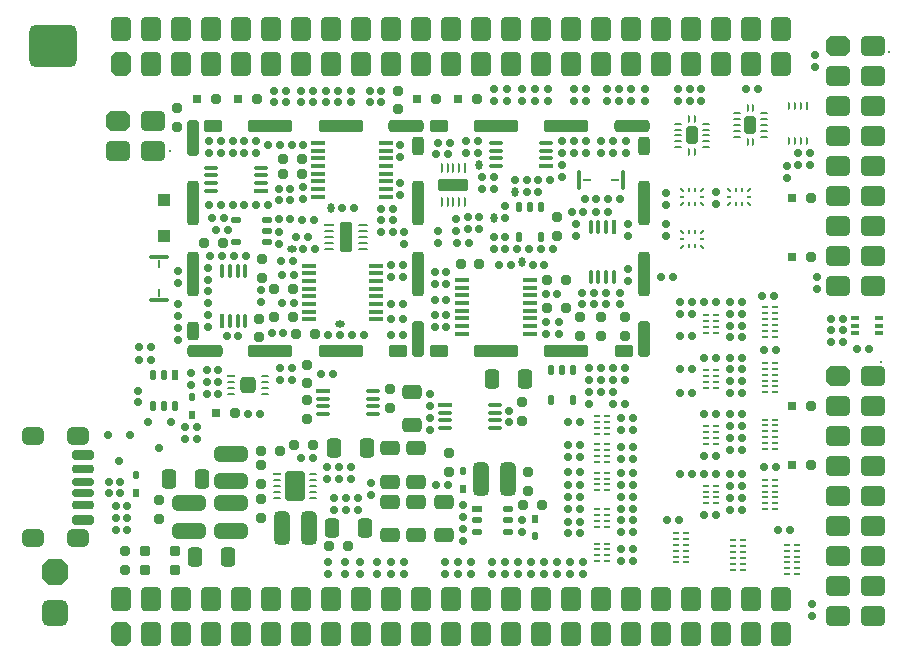
<source format=gbr>
%TF.GenerationSoftware,Altium Limited,Altium Designer,23.9.2 (47)*%
G04 Layer_Color=255*
%FSLAX45Y45*%
%MOMM*%
%TF.SameCoordinates,F1AFF133-CB08-443C-B5AD-2193434A7FAF*%
%TF.FilePolarity,Positive*%
%TF.FileFunction,Pads,Top*%
%TF.Part,Single*%
G01*
G75*
%TA.AperFunction,SMDPad,CuDef*%
G04:AMPARAMS|DCode=10|XSize=2.8mm|YSize=1.3mm|CornerRadius=0.325mm|HoleSize=0mm|Usage=FLASHONLY|Rotation=90.000|XOffset=0mm|YOffset=0mm|HoleType=Round|Shape=RoundedRectangle|*
%AMROUNDEDRECTD10*
21,1,2.80000,0.65000,0,0,90.0*
21,1,2.15000,1.30000,0,0,90.0*
1,1,0.65000,0.32500,1.07500*
1,1,0.65000,0.32500,-1.07500*
1,1,0.65000,-0.32500,-1.07500*
1,1,0.65000,-0.32500,1.07500*
%
%ADD10ROUNDEDRECTD10*%
G04:AMPARAMS|DCode=11|XSize=1.65mm|YSize=1.25mm|CornerRadius=0.3125mm|HoleSize=0mm|Usage=FLASHONLY|Rotation=90.000|XOffset=0mm|YOffset=0mm|HoleType=Round|Shape=RoundedRectangle|*
%AMROUNDEDRECTD11*
21,1,1.65000,0.62500,0,0,90.0*
21,1,1.02500,1.25000,0,0,90.0*
1,1,0.62500,0.31250,0.51250*
1,1,0.62500,0.31250,-0.51250*
1,1,0.62500,-0.31250,-0.51250*
1,1,0.62500,-0.31250,0.51250*
%
%ADD11ROUNDEDRECTD11*%
G04:AMPARAMS|DCode=12|XSize=0.6mm|YSize=0.6mm|CornerRadius=0.15mm|HoleSize=0mm|Usage=FLASHONLY|Rotation=180.000|XOffset=0mm|YOffset=0mm|HoleType=Round|Shape=RoundedRectangle|*
%AMROUNDEDRECTD12*
21,1,0.60000,0.30000,0,0,180.0*
21,1,0.30000,0.60000,0,0,180.0*
1,1,0.30000,-0.15000,0.15000*
1,1,0.30000,0.15000,0.15000*
1,1,0.30000,0.15000,-0.15000*
1,1,0.30000,-0.15000,-0.15000*
%
%ADD12ROUNDEDRECTD12*%
G04:AMPARAMS|DCode=13|XSize=0.6mm|YSize=0.6mm|CornerRadius=0.15mm|HoleSize=0mm|Usage=FLASHONLY|Rotation=270.000|XOffset=0mm|YOffset=0mm|HoleType=Round|Shape=RoundedRectangle|*
%AMROUNDEDRECTD13*
21,1,0.60000,0.30000,0,0,270.0*
21,1,0.30000,0.60000,0,0,270.0*
1,1,0.30000,-0.15000,-0.15000*
1,1,0.30000,-0.15000,0.15000*
1,1,0.30000,0.15000,0.15000*
1,1,0.30000,0.15000,-0.15000*
%
%ADD13ROUNDEDRECTD13*%
%ADD14R,0.58000X0.22000*%
G04:AMPARAMS|DCode=15|XSize=0.22mm|YSize=0.58mm|CornerRadius=0.055mm|HoleSize=0mm|Usage=FLASHONLY|Rotation=90.000|XOffset=0mm|YOffset=0mm|HoleType=Round|Shape=RoundedRectangle|*
%AMROUNDEDRECTD15*
21,1,0.22000,0.47000,0,0,90.0*
21,1,0.11000,0.58000,0,0,90.0*
1,1,0.11000,0.23500,0.05500*
1,1,0.11000,0.23500,-0.05500*
1,1,0.11000,-0.23500,-0.05500*
1,1,0.11000,-0.23500,0.05500*
%
%ADD15ROUNDEDRECTD15*%
G04:AMPARAMS|DCode=16|XSize=0.54mm|YSize=0.22mm|CornerRadius=0mm|HoleSize=0mm|Usage=FLASHONLY|Rotation=315.000|XOffset=0mm|YOffset=0mm|HoleType=Round|Shape=Round|*
%AMOVALD16*
21,1,0.32000,0.22000,0.00000,0.00000,315.0*
1,1,0.22000,-0.11314,0.11314*
1,1,0.22000,0.11314,-0.11314*
%
%ADD16OVALD16*%

%ADD17O,0.22000X0.45000*%
G04:AMPARAMS|DCode=18|XSize=0.54mm|YSize=0.22mm|CornerRadius=0mm|HoleSize=0mm|Usage=FLASHONLY|Rotation=225.000|XOffset=0mm|YOffset=0mm|HoleType=Round|Shape=Round|*
%AMOVALD18*
21,1,0.32000,0.22000,0.00000,0.00000,225.0*
1,1,0.22000,0.11314,0.11314*
1,1,0.22000,-0.11314,-0.11314*
%
%ADD18OVALD18*%

%ADD19O,0.45000X0.22000*%
G04:AMPARAMS|DCode=20|XSize=0.55mm|YSize=0.8mm|CornerRadius=0.1375mm|HoleSize=0mm|Usage=FLASHONLY|Rotation=0.000|XOffset=0mm|YOffset=0mm|HoleType=Round|Shape=RoundedRectangle|*
%AMROUNDEDRECTD20*
21,1,0.55000,0.52500,0,0,0.0*
21,1,0.27500,0.80000,0,0,0.0*
1,1,0.27500,0.13750,-0.26250*
1,1,0.27500,-0.13750,-0.26250*
1,1,0.27500,-0.13750,0.26250*
1,1,0.27500,0.13750,0.26250*
%
%ADD20ROUNDEDRECTD20*%
G04:AMPARAMS|DCode=21|XSize=0.23mm|YSize=0.67mm|CornerRadius=0.0575mm|HoleSize=0mm|Usage=FLASHONLY|Rotation=90.000|XOffset=0mm|YOffset=0mm|HoleType=Round|Shape=RoundedRectangle|*
%AMROUNDEDRECTD21*
21,1,0.23000,0.55500,0,0,90.0*
21,1,0.11500,0.67000,0,0,90.0*
1,1,0.11500,0.27750,0.05750*
1,1,0.11500,0.27750,-0.05750*
1,1,0.11500,-0.27750,-0.05750*
1,1,0.11500,-0.27750,0.05750*
%
%ADD21ROUNDEDRECTD21*%
G04:AMPARAMS|DCode=22|XSize=0.23mm|YSize=0.67mm|CornerRadius=0.0575mm|HoleSize=0mm|Usage=FLASHONLY|Rotation=0.000|XOffset=0mm|YOffset=0mm|HoleType=Round|Shape=RoundedRectangle|*
%AMROUNDEDRECTD22*
21,1,0.23000,0.55500,0,0,0.0*
21,1,0.11500,0.67000,0,0,0.0*
1,1,0.11500,0.05750,-0.27750*
1,1,0.11500,-0.05750,-0.27750*
1,1,0.11500,-0.05750,0.27750*
1,1,0.11500,0.05750,0.27750*
%
%ADD22ROUNDEDRECTD22*%
G04:AMPARAMS|DCode=23|XSize=1mm|YSize=1.5mm|CornerRadius=0.25mm|HoleSize=0mm|Usage=FLASHONLY|Rotation=0.000|XOffset=0mm|YOffset=0mm|HoleType=Round|Shape=RoundedRectangle|*
%AMROUNDEDRECTD23*
21,1,1.00000,1.00000,0,0,0.0*
21,1,0.50000,1.50000,0,0,0.0*
1,1,0.50000,0.25000,-0.50000*
1,1,0.50000,-0.25000,-0.50000*
1,1,0.50000,-0.25000,0.50000*
1,1,0.50000,0.25000,0.50000*
%
%ADD23ROUNDEDRECTD23*%
G04:AMPARAMS|DCode=24|XSize=0.23mm|YSize=0.7mm|CornerRadius=0.0575mm|HoleSize=0mm|Usage=FLASHONLY|Rotation=90.000|XOffset=0mm|YOffset=0mm|HoleType=Round|Shape=RoundedRectangle|*
%AMROUNDEDRECTD24*
21,1,0.23000,0.58500,0,0,90.0*
21,1,0.11500,0.70000,0,0,90.0*
1,1,0.11500,0.29250,0.05750*
1,1,0.11500,0.29250,-0.05750*
1,1,0.11500,-0.29250,-0.05750*
1,1,0.11500,-0.29250,0.05750*
%
%ADD24ROUNDEDRECTD24*%
G04:AMPARAMS|DCode=25|XSize=2.5mm|YSize=1.65mm|CornerRadius=0.165mm|HoleSize=0mm|Usage=FLASHONLY|Rotation=90.000|XOffset=0mm|YOffset=0mm|HoleType=Round|Shape=RoundedRectangle|*
%AMROUNDEDRECTD25*
21,1,2.50000,1.32000,0,0,90.0*
21,1,2.17000,1.65000,0,0,90.0*
1,1,0.33000,0.66000,1.08500*
1,1,0.33000,0.66000,-1.08500*
1,1,0.33000,-0.66000,-1.08500*
1,1,0.33000,-0.66000,1.08500*
%
%ADD25ROUNDEDRECTD25*%
%ADD26R,0.70000X0.23000*%
%ADD27R,1.15000X0.35000*%
G04:AMPARAMS|DCode=28|XSize=0.35mm|YSize=1.15mm|CornerRadius=0.0875mm|HoleSize=0mm|Usage=FLASHONLY|Rotation=90.000|XOffset=0mm|YOffset=0mm|HoleType=Round|Shape=RoundedRectangle|*
%AMROUNDEDRECTD28*
21,1,0.35000,0.97500,0,0,90.0*
21,1,0.17500,1.15000,0,0,90.0*
1,1,0.17500,0.48750,0.08750*
1,1,0.17500,0.48750,-0.08750*
1,1,0.17500,-0.48750,-0.08750*
1,1,0.17500,-0.48750,0.08750*
%
%ADD28ROUNDEDRECTD28*%
G04:AMPARAMS|DCode=29|XSize=0.55mm|YSize=0.9mm|CornerRadius=0.1375mm|HoleSize=0mm|Usage=FLASHONLY|Rotation=90.000|XOffset=0mm|YOffset=0mm|HoleType=Round|Shape=RoundedRectangle|*
%AMROUNDEDRECTD29*
21,1,0.55000,0.62500,0,0,90.0*
21,1,0.27500,0.90000,0,0,90.0*
1,1,0.27500,0.31250,0.13750*
1,1,0.27500,0.31250,-0.13750*
1,1,0.27500,-0.31250,-0.13750*
1,1,0.27500,-0.31250,0.13750*
%
%ADD29ROUNDEDRECTD29*%
%ADD30R,0.90000X0.55000*%
G04:AMPARAMS|DCode=31|XSize=0.55mm|YSize=0.9mm|CornerRadius=0.1375mm|HoleSize=0mm|Usage=FLASHONLY|Rotation=0.000|XOffset=0mm|YOffset=0mm|HoleType=Round|Shape=RoundedRectangle|*
%AMROUNDEDRECTD31*
21,1,0.55000,0.62500,0,0,0.0*
21,1,0.27500,0.90000,0,0,0.0*
1,1,0.27500,0.13750,-0.31250*
1,1,0.27500,-0.13750,-0.31250*
1,1,0.27500,-0.13750,0.31250*
1,1,0.27500,0.13750,0.31250*
%
%ADD31ROUNDEDRECTD31*%
%ADD32R,0.55000X0.90000*%
G04:AMPARAMS|DCode=33|XSize=1.4mm|YSize=1.3mm|CornerRadius=0.325mm|HoleSize=0mm|Usage=FLASHONLY|Rotation=90.000|XOffset=0mm|YOffset=0mm|HoleType=Round|Shape=RoundedRectangle|*
%AMROUNDEDRECTD33*
21,1,1.40000,0.65000,0,0,90.0*
21,1,0.75000,1.30000,0,0,90.0*
1,1,0.65000,0.32500,0.37500*
1,1,0.65000,0.32500,-0.37500*
1,1,0.65000,-0.32500,-0.37500*
1,1,0.65000,-0.32500,0.37500*
%
%ADD33ROUNDEDRECTD33*%
%ADD34R,0.70000X0.33000*%
G04:AMPARAMS|DCode=35|XSize=0.33mm|YSize=0.7mm|CornerRadius=0.0825mm|HoleSize=0mm|Usage=FLASHONLY|Rotation=270.000|XOffset=0mm|YOffset=0mm|HoleType=Round|Shape=RoundedRectangle|*
%AMROUNDEDRECTD35*
21,1,0.33000,0.53500,0,0,270.0*
21,1,0.16500,0.70000,0,0,270.0*
1,1,0.16500,-0.26750,-0.08250*
1,1,0.16500,-0.26750,0.08250*
1,1,0.16500,0.26750,0.08250*
1,1,0.16500,0.26750,-0.08250*
%
%ADD35ROUNDEDRECTD35*%
%ADD36R,0.25000X0.70000*%
G04:AMPARAMS|DCode=37|XSize=0.25mm|YSize=0.7mm|CornerRadius=0.0625mm|HoleSize=0mm|Usage=FLASHONLY|Rotation=0.000|XOffset=0mm|YOffset=0mm|HoleType=Round|Shape=RoundedRectangle|*
%AMROUNDEDRECTD37*
21,1,0.25000,0.57500,0,0,0.0*
21,1,0.12500,0.70000,0,0,0.0*
1,1,0.12500,0.06250,-0.28750*
1,1,0.12500,-0.06250,-0.28750*
1,1,0.12500,-0.06250,0.28750*
1,1,0.12500,0.06250,0.28750*
%
%ADD37ROUNDEDRECTD37*%
G04:AMPARAMS|DCode=38|XSize=0.55mm|YSize=0.8mm|CornerRadius=0.1375mm|HoleSize=0mm|Usage=FLASHONLY|Rotation=270.000|XOffset=0mm|YOffset=0mm|HoleType=Round|Shape=RoundedRectangle|*
%AMROUNDEDRECTD38*
21,1,0.55000,0.52500,0,0,270.0*
21,1,0.27500,0.80000,0,0,270.0*
1,1,0.27500,-0.26250,-0.13750*
1,1,0.27500,-0.26250,0.13750*
1,1,0.27500,0.26250,0.13750*
1,1,0.27500,0.26250,-0.13750*
%
%ADD38ROUNDEDRECTD38*%
%ADD39R,1.20000X0.35000*%
G04:AMPARAMS|DCode=40|XSize=0.35mm|YSize=1.2mm|CornerRadius=0.0875mm|HoleSize=0mm|Usage=FLASHONLY|Rotation=90.000|XOffset=0mm|YOffset=0mm|HoleType=Round|Shape=RoundedRectangle|*
%AMROUNDEDRECTD40*
21,1,0.35000,1.02500,0,0,90.0*
21,1,0.17500,1.20000,0,0,90.0*
1,1,0.17500,0.51250,0.08750*
1,1,0.17500,0.51250,-0.08750*
1,1,0.17500,-0.51250,-0.08750*
1,1,0.17500,-0.51250,0.08750*
%
%ADD40ROUNDEDRECTD40*%
G04:AMPARAMS|DCode=41|XSize=2.55mm|YSize=1.1mm|CornerRadius=0.275mm|HoleSize=0mm|Usage=FLASHONLY|Rotation=90.000|XOffset=0mm|YOffset=0mm|HoleType=Round|Shape=RoundedRectangle|*
%AMROUNDEDRECTD41*
21,1,2.55000,0.55000,0,0,90.0*
21,1,2.00000,1.10000,0,0,90.0*
1,1,0.55000,0.27500,1.00000*
1,1,0.55000,0.27500,-1.00000*
1,1,0.55000,-0.27500,-1.00000*
1,1,0.55000,-0.27500,1.00000*
%
%ADD41ROUNDEDRECTD41*%
G04:AMPARAMS|DCode=42|XSize=0.23mm|YSize=0.85mm|CornerRadius=0.0575mm|HoleSize=0mm|Usage=FLASHONLY|Rotation=90.000|XOffset=0mm|YOffset=0mm|HoleType=Round|Shape=RoundedRectangle|*
%AMROUNDEDRECTD42*
21,1,0.23000,0.73500,0,0,90.0*
21,1,0.11500,0.85000,0,0,90.0*
1,1,0.11500,0.36750,0.05750*
1,1,0.11500,0.36750,-0.05750*
1,1,0.11500,-0.36750,-0.05750*
1,1,0.11500,-0.36750,0.05750*
%
%ADD42ROUNDEDRECTD42*%
%ADD43R,0.85000X0.23000*%
%ADD44R,0.35000X1.15000*%
G04:AMPARAMS|DCode=45|XSize=0.35mm|YSize=1.15mm|CornerRadius=0.0875mm|HoleSize=0mm|Usage=FLASHONLY|Rotation=180.000|XOffset=0mm|YOffset=0mm|HoleType=Round|Shape=RoundedRectangle|*
%AMROUNDEDRECTD45*
21,1,0.35000,0.97500,0,0,180.0*
21,1,0.17500,1.15000,0,0,180.0*
1,1,0.17500,-0.08750,0.48750*
1,1,0.17500,0.08750,0.48750*
1,1,0.17500,0.08750,-0.48750*
1,1,0.17500,-0.08750,-0.48750*
%
%ADD45ROUNDEDRECTD45*%
G04:AMPARAMS|DCode=46|XSize=2.55mm|YSize=1.1mm|CornerRadius=0.275mm|HoleSize=0mm|Usage=FLASHONLY|Rotation=0.000|XOffset=0mm|YOffset=0mm|HoleType=Round|Shape=RoundedRectangle|*
%AMROUNDEDRECTD46*
21,1,2.55000,0.55000,0,0,0.0*
21,1,2.00000,1.10000,0,0,0.0*
1,1,0.55000,1.00000,-0.27500*
1,1,0.55000,-1.00000,-0.27500*
1,1,0.55000,-1.00000,0.27500*
1,1,0.55000,1.00000,0.27500*
%
%ADD46ROUNDEDRECTD46*%
G04:AMPARAMS|DCode=47|XSize=0.23mm|YSize=0.85mm|CornerRadius=0.0575mm|HoleSize=0mm|Usage=FLASHONLY|Rotation=0.000|XOffset=0mm|YOffset=0mm|HoleType=Round|Shape=RoundedRectangle|*
%AMROUNDEDRECTD47*
21,1,0.23000,0.73500,0,0,0.0*
21,1,0.11500,0.85000,0,0,0.0*
1,1,0.11500,0.05750,-0.36750*
1,1,0.11500,-0.05750,-0.36750*
1,1,0.11500,-0.05750,0.36750*
1,1,0.11500,0.05750,0.36750*
%
%ADD47ROUNDEDRECTD47*%
%ADD48R,0.23000X0.85000*%
%ADD49O,0.80000X0.60000*%
%ADD50O,0.60000X0.80000*%
G04:AMPARAMS|DCode=51|XSize=0.6mm|YSize=0.7mm|CornerRadius=0.15mm|HoleSize=0mm|Usage=FLASHONLY|Rotation=0.000|XOffset=0mm|YOffset=0mm|HoleType=Round|Shape=RoundedRectangle|*
%AMROUNDEDRECTD51*
21,1,0.60000,0.40000,0,0,0.0*
21,1,0.30000,0.70000,0,0,0.0*
1,1,0.30000,0.15000,-0.20000*
1,1,0.30000,-0.15000,-0.20000*
1,1,0.30000,-0.15000,0.20000*
1,1,0.30000,0.15000,0.20000*
%
%ADD51ROUNDEDRECTD51*%
%ADD52O,1.70000X0.30000*%
%ADD53R,0.24000X0.70000*%
%ADD54O,0.30000X1.70000*%
%ADD55R,0.70000X0.24000*%
G04:AMPARAMS|DCode=56|XSize=1.8mm|YSize=0.63mm|CornerRadius=0.1575mm|HoleSize=0mm|Usage=FLASHONLY|Rotation=180.000|XOffset=0mm|YOffset=0mm|HoleType=Round|Shape=RoundedRectangle|*
%AMROUNDEDRECTD56*
21,1,1.80000,0.31500,0,0,180.0*
21,1,1.48500,0.63000,0,0,180.0*
1,1,0.31500,-0.74250,0.15750*
1,1,0.31500,0.74250,0.15750*
1,1,0.31500,0.74250,-0.15750*
1,1,0.31500,-0.74250,-0.15750*
%
%ADD56ROUNDEDRECTD56*%
G04:AMPARAMS|DCode=57|XSize=1.8mm|YSize=0.72mm|CornerRadius=0.18mm|HoleSize=0mm|Usage=FLASHONLY|Rotation=180.000|XOffset=0mm|YOffset=0mm|HoleType=Round|Shape=RoundedRectangle|*
%AMROUNDEDRECTD57*
21,1,1.80000,0.36000,0,0,180.0*
21,1,1.44000,0.72000,0,0,180.0*
1,1,0.36000,-0.72000,0.18000*
1,1,0.36000,0.72000,0.18000*
1,1,0.36000,0.72000,-0.18000*
1,1,0.36000,-0.72000,-0.18000*
%
%ADD57ROUNDEDRECTD57*%
G04:AMPARAMS|DCode=58|XSize=1.8mm|YSize=0.8mm|CornerRadius=0.2mm|HoleSize=0mm|Usage=FLASHONLY|Rotation=180.000|XOffset=0mm|YOffset=0mm|HoleType=Round|Shape=RoundedRectangle|*
%AMROUNDEDRECTD58*
21,1,1.80000,0.40000,0,0,180.0*
21,1,1.40000,0.80000,0,0,180.0*
1,1,0.40000,-0.70000,0.20000*
1,1,0.40000,0.70000,0.20000*
1,1,0.40000,0.70000,-0.20000*
1,1,0.40000,-0.70000,-0.20000*
%
%ADD58ROUNDEDRECTD58*%
%TA.AperFunction,SMDPad,SMDef*%
%ADD59C,0.30000*%
%TA.AperFunction,SMDPad,CuDef*%
G04:AMPARAMS|DCode=60|XSize=3mm|YSize=1mm|CornerRadius=0.25mm|HoleSize=0mm|Usage=FLASHONLY|Rotation=90.000|XOffset=0mm|YOffset=0mm|HoleType=Round|Shape=RoundedRectangle|*
%AMROUNDEDRECTD60*
21,1,3.00000,0.50000,0,0,90.0*
21,1,2.50000,1.00000,0,0,90.0*
1,1,0.50000,0.25000,1.25000*
1,1,0.50000,0.25000,-1.25000*
1,1,0.50000,-0.25000,-1.25000*
1,1,0.50000,-0.25000,1.25000*
%
%ADD60ROUNDEDRECTD60*%
%TA.AperFunction,SMDPad,SMDef*%
G04:AMPARAMS|DCode=61|XSize=3.8mm|YSize=1mm|CornerRadius=0.25mm|HoleSize=0mm|Usage=FLASHONLY|Rotation=90.000|XOffset=0mm|YOffset=0mm|HoleType=Round|Shape=RoundedRectangle|*
%AMROUNDEDRECTD61*
21,1,3.80000,0.50000,0,0,90.0*
21,1,3.30000,1.00000,0,0,90.0*
1,1,0.50000,0.25000,1.65000*
1,1,0.50000,0.25000,-1.65000*
1,1,0.50000,-0.25000,-1.65000*
1,1,0.50000,-0.25000,1.65000*
%
%ADD61ROUNDEDRECTD61*%
%TA.AperFunction,SMDPad,CuDef*%
G04:AMPARAMS|DCode=62|XSize=1.6mm|YSize=1mm|CornerRadius=0.25mm|HoleSize=0mm|Usage=FLASHONLY|Rotation=180.000|XOffset=0mm|YOffset=0mm|HoleType=Round|Shape=RoundedRectangle|*
%AMROUNDEDRECTD62*
21,1,1.60000,0.50000,0,0,180.0*
21,1,1.10000,1.00000,0,0,180.0*
1,1,0.50000,-0.55000,0.25000*
1,1,0.50000,0.55000,0.25000*
1,1,0.50000,0.55000,-0.25000*
1,1,0.50000,-0.55000,-0.25000*
%
%ADD62ROUNDEDRECTD62*%
G04:AMPARAMS|DCode=63|XSize=3mm|YSize=1mm|CornerRadius=0.25mm|HoleSize=0mm|Usage=FLASHONLY|Rotation=0.000|XOffset=0mm|YOffset=0mm|HoleType=Round|Shape=RoundedRectangle|*
%AMROUNDEDRECTD63*
21,1,3.00000,0.50000,0,0,0.0*
21,1,2.50000,1.00000,0,0,0.0*
1,1,0.50000,1.25000,-0.25000*
1,1,0.50000,-1.25000,-0.25000*
1,1,0.50000,-1.25000,0.25000*
1,1,0.50000,1.25000,0.25000*
%
%ADD63ROUNDEDRECTD63*%
%TA.AperFunction,SMDPad,SMDef*%
G04:AMPARAMS|DCode=64|XSize=3.8mm|YSize=1mm|CornerRadius=0.25mm|HoleSize=0mm|Usage=FLASHONLY|Rotation=0.000|XOffset=0mm|YOffset=0mm|HoleType=Round|Shape=RoundedRectangle|*
%AMROUNDEDRECTD64*
21,1,3.80000,0.50000,0,0,0.0*
21,1,3.30000,1.00000,0,0,0.0*
1,1,0.50000,1.65000,-0.25000*
1,1,0.50000,-1.65000,-0.25000*
1,1,0.50000,-1.65000,0.25000*
1,1,0.50000,1.65000,0.25000*
%
%ADD64ROUNDEDRECTD64*%
%TA.AperFunction,SMDPad,CuDef*%
G04:AMPARAMS|DCode=65|XSize=1.6mm|YSize=1mm|CornerRadius=0.25mm|HoleSize=0mm|Usage=FLASHONLY|Rotation=90.000|XOffset=0mm|YOffset=0mm|HoleType=Round|Shape=RoundedRectangle|*
%AMROUNDEDRECTD65*
21,1,1.60000,0.50000,0,0,90.0*
21,1,1.10000,1.00000,0,0,90.0*
1,1,0.50000,0.25000,0.55000*
1,1,0.50000,0.25000,-0.55000*
1,1,0.50000,-0.25000,-0.55000*
1,1,0.50000,-0.25000,0.55000*
%
%ADD65ROUNDEDRECTD65*%
G04:AMPARAMS|DCode=66|XSize=2.8mm|YSize=1.3mm|CornerRadius=0.325mm|HoleSize=0mm|Usage=FLASHONLY|Rotation=0.000|XOffset=0mm|YOffset=0mm|HoleType=Round|Shape=RoundedRectangle|*
%AMROUNDEDRECTD66*
21,1,2.80000,0.65000,0,0,0.0*
21,1,2.15000,1.30000,0,0,0.0*
1,1,0.65000,1.07500,-0.32500*
1,1,0.65000,-1.07500,-0.32500*
1,1,0.65000,-1.07500,0.32500*
1,1,0.65000,1.07500,0.32500*
%
%ADD66ROUNDEDRECTD66*%
G04:AMPARAMS|DCode=67|XSize=0.9mm|YSize=0.8mm|CornerRadius=0.2mm|HoleSize=0mm|Usage=FLASHONLY|Rotation=0.000|XOffset=0mm|YOffset=0mm|HoleType=Round|Shape=RoundedRectangle|*
%AMROUNDEDRECTD67*
21,1,0.90000,0.40000,0,0,0.0*
21,1,0.50000,0.80000,0,0,0.0*
1,1,0.40000,0.25000,-0.20000*
1,1,0.40000,-0.25000,-0.20000*
1,1,0.40000,-0.25000,0.20000*
1,1,0.40000,0.25000,0.20000*
%
%ADD67ROUNDEDRECTD67*%
G04:AMPARAMS|DCode=68|XSize=0.8mm|YSize=0.8mm|CornerRadius=0.2mm|HoleSize=0mm|Usage=FLASHONLY|Rotation=90.000|XOffset=0mm|YOffset=0mm|HoleType=Round|Shape=RoundedRectangle|*
%AMROUNDEDRECTD68*
21,1,0.80000,0.40000,0,0,90.0*
21,1,0.40000,0.80000,0,0,90.0*
1,1,0.40000,0.20000,0.20000*
1,1,0.40000,0.20000,-0.20000*
1,1,0.40000,-0.20000,-0.20000*
1,1,0.40000,-0.20000,0.20000*
%
%ADD68ROUNDEDRECTD68*%
%ADD69R,0.80000X0.80000*%
%ADD70R,0.50000X0.70000*%
G04:AMPARAMS|DCode=71|XSize=0.5mm|YSize=0.7mm|CornerRadius=0.125mm|HoleSize=0mm|Usage=FLASHONLY|Rotation=180.000|XOffset=0mm|YOffset=0mm|HoleType=Round|Shape=RoundedRectangle|*
%AMROUNDEDRECTD71*
21,1,0.50000,0.45000,0,0,180.0*
21,1,0.25000,0.70000,0,0,180.0*
1,1,0.25000,-0.12500,0.22500*
1,1,0.25000,0.12500,0.22500*
1,1,0.25000,0.12500,-0.22500*
1,1,0.25000,-0.12500,-0.22500*
%
%ADD71ROUNDEDRECTD71*%
%ADD72R,1.10000X1.10000*%
G04:AMPARAMS|DCode=73|XSize=1.1mm|YSize=1.1mm|CornerRadius=0.275mm|HoleSize=0mm|Usage=FLASHONLY|Rotation=180.000|XOffset=0mm|YOffset=0mm|HoleType=Round|Shape=RoundedRectangle|*
%AMROUNDEDRECTD73*
21,1,1.10000,0.55000,0,0,180.0*
21,1,0.55000,1.10000,0,0,180.0*
1,1,0.55000,-0.27500,0.27500*
1,1,0.55000,0.27500,0.27500*
1,1,0.55000,0.27500,-0.27500*
1,1,0.55000,-0.27500,-0.27500*
%
%ADD73ROUNDEDRECTD73*%
G04:AMPARAMS|DCode=74|XSize=0.8mm|YSize=0.8mm|CornerRadius=0.2mm|HoleSize=0mm|Usage=FLASHONLY|Rotation=180.000|XOffset=0mm|YOffset=0mm|HoleType=Round|Shape=RoundedRectangle|*
%AMROUNDEDRECTD74*
21,1,0.80000,0.40000,0,0,180.0*
21,1,0.40000,0.80000,0,0,180.0*
1,1,0.40000,-0.20000,0.20000*
1,1,0.40000,0.20000,0.20000*
1,1,0.40000,0.20000,-0.20000*
1,1,0.40000,-0.20000,-0.20000*
%
%ADD74ROUNDEDRECTD74*%
G04:AMPARAMS|DCode=75|XSize=1.65mm|YSize=1.25mm|CornerRadius=0.3125mm|HoleSize=0mm|Usage=FLASHONLY|Rotation=0.000|XOffset=0mm|YOffset=0mm|HoleType=Round|Shape=RoundedRectangle|*
%AMROUNDEDRECTD75*
21,1,1.65000,0.62500,0,0,0.0*
21,1,1.02500,1.25000,0,0,0.0*
1,1,0.62500,0.51250,-0.31250*
1,1,0.62500,-0.51250,-0.31250*
1,1,0.62500,-0.51250,0.31250*
1,1,0.62500,0.51250,0.31250*
%
%ADD75ROUNDEDRECTD75*%
%TA.AperFunction,ComponentPad*%
G04:AMPARAMS|DCode=95|XSize=1.7mm|YSize=2.1mm|CornerRadius=0.425mm|HoleSize=0mm|Usage=FLASHONLY|Rotation=270.000|XOffset=0mm|YOffset=0mm|HoleType=Round|Shape=RoundedRectangle|*
%AMROUNDEDRECTD95*
21,1,1.70000,1.25001,0,0,270.0*
21,1,0.85000,2.10000,0,0,270.0*
1,1,0.85000,-0.62500,-0.42500*
1,1,0.85000,-0.62500,0.42500*
1,1,0.85000,0.62500,0.42500*
1,1,0.85000,0.62500,-0.42500*
%
%ADD95ROUNDEDRECTD95*%
G04:AMPARAMS|DCode=96|XSize=1.7mm|YSize=2.1mm|CornerRadius=0mm|HoleSize=0mm|Usage=FLASHONLY|Rotation=270.000|XOffset=0mm|YOffset=0mm|HoleType=Round|Shape=Octagon|*
%AMOCTAGOND96*
4,1,8,1.05000,0.42500,1.05000,-0.42500,0.62500,-0.85000,-0.62500,-0.85000,-1.05000,-0.42500,-1.05000,0.42500,-0.62500,0.85000,0.62500,0.85000,1.05000,0.42500,0.0*
%
%ADD96OCTAGOND96*%

G04:AMPARAMS|DCode=97|XSize=1.7mm|YSize=2.1mm|CornerRadius=0mm|HoleSize=0mm|Usage=FLASHONLY|Rotation=0.000|XOffset=0mm|YOffset=0mm|HoleType=Round|Shape=Octagon|*
%AMOCTAGOND97*
4,1,8,-0.42500,1.05000,0.42500,1.05000,0.85000,0.62500,0.85000,-0.62500,0.42500,-1.05000,-0.42500,-1.05000,-0.85000,-0.62500,-0.85000,0.62500,-0.42500,1.05000,0.0*
%
%ADD97OCTAGOND97*%

G04:AMPARAMS|DCode=98|XSize=1.7mm|YSize=2.1mm|CornerRadius=0.425mm|HoleSize=0mm|Usage=FLASHONLY|Rotation=0.000|XOffset=0mm|YOffset=0mm|HoleType=Round|Shape=RoundedRectangle|*
%AMROUNDEDRECTD98*
21,1,1.70000,1.25001,0,0,0.0*
21,1,0.85000,2.10000,0,0,0.0*
1,1,0.85000,0.42500,-0.62500*
1,1,0.85000,-0.42500,-0.62500*
1,1,0.85000,-0.42500,0.62500*
1,1,0.85000,0.42500,0.62500*
%
%ADD98ROUNDEDRECTD98*%
G04:AMPARAMS|DCode=99|XSize=1.8mm|YSize=1.45mm|CornerRadius=0.3625mm|HoleSize=0mm|Usage=FLASHONLY|Rotation=180.000|XOffset=0mm|YOffset=0mm|HoleType=Round|Shape=RoundedRectangle|*
%AMROUNDEDRECTD99*
21,1,1.80000,0.72500,0,0,180.0*
21,1,1.07500,1.45000,0,0,180.0*
1,1,0.72500,-0.53750,0.36250*
1,1,0.72500,0.53750,0.36250*
1,1,0.72500,0.53750,-0.36250*
1,1,0.72500,-0.53750,-0.36250*
%
%ADD99ROUNDEDRECTD99*%
G04:AMPARAMS|DCode=100|XSize=4mm|YSize=3.6mm|CornerRadius=0.54mm|HoleSize=0mm|Usage=FLASHONLY|Rotation=0.000|XOffset=0mm|YOffset=0mm|HoleType=Round|Shape=RoundedRectangle|*
%AMROUNDEDRECTD100*
21,1,4.00000,2.52000,0,0,0.0*
21,1,2.92000,3.60000,0,0,0.0*
1,1,1.08000,1.46000,-1.26000*
1,1,1.08000,-1.46000,-1.26000*
1,1,1.08000,-1.46000,1.26000*
1,1,1.08000,1.46000,1.26000*
%
%ADD100ROUNDEDRECTD100*%
G04:AMPARAMS|DCode=101|XSize=2.2mm|YSize=2.2mm|CornerRadius=0.55mm|HoleSize=0mm|Usage=FLASHONLY|Rotation=270.000|XOffset=0mm|YOffset=0mm|HoleType=Round|Shape=RoundedRectangle|*
%AMROUNDEDRECTD101*
21,1,2.20000,1.10000,0,0,270.0*
21,1,1.10000,2.20000,0,0,270.0*
1,1,1.10000,-0.55000,-0.55000*
1,1,1.10000,-0.55000,0.55000*
1,1,1.10000,0.55000,0.55000*
1,1,1.10000,0.55000,-0.55000*
%
%ADD101ROUNDEDRECTD101*%
G04:AMPARAMS|DCode=102|XSize=2.2mm|YSize=2.2mm|CornerRadius=0mm|HoleSize=0mm|Usage=FLASHONLY|Rotation=270.000|XOffset=0mm|YOffset=0mm|HoleType=Round|Shape=Octagon|*
%AMOCTAGOND102*
4,1,8,-0.55000,-1.10000,0.55000,-1.10000,1.10000,-0.55000,1.10000,0.55000,0.55000,1.10000,-0.55000,1.10000,-1.10000,0.55000,-1.10000,-0.55000,-0.55000,-1.10000,0.0*
%
%ADD102OCTAGOND102*%

D10*
X3399998Y1070001D02*
D03*
X3629998D02*
D03*
X5315000Y1480000D02*
D03*
X5085000D02*
D03*
D11*
X5460000Y2330000D02*
D03*
X5180000D02*
D03*
X3820000Y1070000D02*
D03*
X4100000D02*
D03*
X3840000Y1740000D02*
D03*
X4120000D02*
D03*
X2720000Y1480000D02*
D03*
X2440000D02*
D03*
X2660000Y820000D02*
D03*
X2940000D02*
D03*
D12*
X6330000Y3540000D02*
D03*
Y3640000D02*
D03*
X2770000Y2970000D02*
D03*
Y3070000D02*
D03*
X2520000Y3240000D02*
D03*
Y3140000D02*
D03*
Y2960000D02*
D03*
Y2860000D02*
D03*
Y2760000D02*
D03*
Y2660000D02*
D03*
X5870000Y4240000D02*
D03*
Y4340000D02*
D03*
X5970000D02*
D03*
Y4240000D02*
D03*
X6470000Y4680000D02*
D03*
Y4780000D02*
D03*
X6350000D02*
D03*
Y4680000D02*
D03*
X6250000D02*
D03*
Y4780000D02*
D03*
X6150000D02*
D03*
Y4680000D02*
D03*
X6270000Y1230000D02*
D03*
Y1130000D02*
D03*
X7190000Y1220000D02*
D03*
Y1320000D02*
D03*
Y2030000D02*
D03*
Y1930000D02*
D03*
X7190000Y2210000D02*
D03*
Y2310000D02*
D03*
Y2510000D02*
D03*
Y2410000D02*
D03*
X7190000Y2680000D02*
D03*
Y2780000D02*
D03*
Y2980000D02*
D03*
Y2880000D02*
D03*
X3980000Y1480000D02*
D03*
Y1580000D02*
D03*
X3940000Y1220000D02*
D03*
Y1320000D02*
D03*
X4930000Y1060000D02*
D03*
Y960000D02*
D03*
Y1260000D02*
D03*
Y1160000D02*
D03*
X3560000Y4770000D02*
D03*
Y4670000D02*
D03*
X2180000Y2130000D02*
D03*
Y2230000D02*
D03*
X2580000Y1920000D02*
D03*
Y1820000D02*
D03*
X5190000Y4780000D02*
D03*
Y4680000D02*
D03*
X3330000Y4770000D02*
D03*
Y4670000D02*
D03*
X5300000Y4780000D02*
D03*
Y4680000D02*
D03*
X3430000Y4770000D02*
D03*
Y4670000D02*
D03*
X4320000Y781000D02*
D03*
Y681000D02*
D03*
X4430000Y781000D02*
D03*
Y681000D02*
D03*
X5970000Y4680000D02*
D03*
Y4780000D02*
D03*
X5870000Y4680000D02*
D03*
Y4780000D02*
D03*
X5950000Y780000D02*
D03*
Y680000D02*
D03*
X5840000Y780000D02*
D03*
Y680000D02*
D03*
X6750000Y4780000D02*
D03*
Y4680000D02*
D03*
X6850000Y4780000D02*
D03*
Y4680000D02*
D03*
X5730000Y780000D02*
D03*
Y680000D02*
D03*
X5620000Y780000D02*
D03*
Y680000D02*
D03*
X5510000D02*
D03*
Y780000D02*
D03*
X5400000D02*
D03*
Y680000D02*
D03*
X5540000Y4680000D02*
D03*
Y4780000D02*
D03*
X5290000Y780000D02*
D03*
Y680000D02*
D03*
X5180000Y780000D02*
D03*
Y680000D02*
D03*
X5430000Y4780000D02*
D03*
Y4680000D02*
D03*
X5000000Y780000D02*
D03*
Y680000D02*
D03*
X5650000Y4680000D02*
D03*
Y4780000D02*
D03*
X4890000Y780000D02*
D03*
Y680000D02*
D03*
X4060000Y780000D02*
D03*
Y680000D02*
D03*
X3930000Y681000D02*
D03*
Y781000D02*
D03*
X4240000Y4670000D02*
D03*
Y4770000D02*
D03*
X4140000D02*
D03*
Y4670000D02*
D03*
X3980000D02*
D03*
Y4770000D02*
D03*
X3870000D02*
D03*
Y4670000D02*
D03*
X3770000D02*
D03*
Y4770000D02*
D03*
X7670000Y4030000D02*
D03*
Y4130000D02*
D03*
X7770000Y4140000D02*
D03*
Y4240000D02*
D03*
X6370000Y890000D02*
D03*
Y790000D02*
D03*
X6270000D02*
D03*
Y890000D02*
D03*
X6370000Y1130000D02*
D03*
Y1230000D02*
D03*
X4200000Y680000D02*
D03*
Y780000D02*
D03*
X3790000Y680000D02*
D03*
Y780000D02*
D03*
X4780000Y680000D02*
D03*
Y780000D02*
D03*
X7290000Y1320000D02*
D03*
Y1220000D02*
D03*
Y1420000D02*
D03*
Y1520000D02*
D03*
X7190000D02*
D03*
Y1420000D02*
D03*
X7290000Y1830000D02*
D03*
Y1730000D02*
D03*
X7190000D02*
D03*
Y1830000D02*
D03*
X7290000Y1930000D02*
D03*
Y2030000D02*
D03*
X7290000Y2310000D02*
D03*
Y2210000D02*
D03*
Y2410000D02*
D03*
Y2510000D02*
D03*
X7290000Y2780000D02*
D03*
Y2680000D02*
D03*
Y2880000D02*
D03*
Y2980000D02*
D03*
X4400000Y3890000D02*
D03*
Y3990000D02*
D03*
X2880000Y4340000D02*
D03*
Y4240000D02*
D03*
X3470000Y3840000D02*
D03*
Y3940000D02*
D03*
X5290000Y3530000D02*
D03*
Y3430000D02*
D03*
Y3690000D02*
D03*
Y3790000D02*
D03*
X4720000Y3480000D02*
D03*
Y3580000D02*
D03*
X6040000Y2960000D02*
D03*
Y3060000D02*
D03*
X5890000Y3540000D02*
D03*
Y3640000D02*
D03*
X5770000Y4340000D02*
D03*
Y4240000D02*
D03*
X6310000D02*
D03*
Y4340000D02*
D03*
X5770000Y4040000D02*
D03*
Y4140000D02*
D03*
X6140000Y2960000D02*
D03*
Y3060000D02*
D03*
X2780000Y4340000D02*
D03*
Y4240000D02*
D03*
X5190000Y3430000D02*
D03*
Y3530000D02*
D03*
X6950000Y4780000D02*
D03*
Y4680000D02*
D03*
X2680000Y1820000D02*
D03*
Y1920000D02*
D03*
X7070000Y3810000D02*
D03*
Y3910000D02*
D03*
X6650000Y3800000D02*
D03*
Y3900000D02*
D03*
X7930000Y3190000D02*
D03*
Y3090000D02*
D03*
X7890000Y420000D02*
D03*
Y320000D02*
D03*
X7910000Y5070000D02*
D03*
Y4970000D02*
D03*
X3840000Y1220000D02*
D03*
Y1320000D02*
D03*
X4040000D02*
D03*
Y1220000D02*
D03*
X4150000Y1450000D02*
D03*
Y1350000D02*
D03*
X4650000Y2200000D02*
D03*
Y2100000D02*
D03*
X5430000Y1030000D02*
D03*
Y1130000D02*
D03*
X5320000Y2060000D02*
D03*
Y1960000D02*
D03*
X4650000Y2000000D02*
D03*
Y1900000D02*
D03*
X3660000Y4670000D02*
D03*
Y4770000D02*
D03*
X2630000Y2380000D02*
D03*
Y2280000D02*
D03*
X6000000Y2120000D02*
D03*
Y2220000D02*
D03*
Y2420000D02*
D03*
Y2320000D02*
D03*
X7870000Y4140000D02*
D03*
Y4240000D02*
D03*
X6650000Y3640000D02*
D03*
Y3540000D02*
D03*
X6300000Y2420000D02*
D03*
Y2320000D02*
D03*
X4400000Y4210000D02*
D03*
Y4310000D02*
D03*
X3220000Y2980000D02*
D03*
Y3080000D02*
D03*
X2770000Y3170000D02*
D03*
Y3270000D02*
D03*
X3370000Y3470000D02*
D03*
Y3570000D02*
D03*
X4430000D02*
D03*
Y3470000D02*
D03*
X2770000Y2770000D02*
D03*
Y2870000D02*
D03*
X3580000Y3850000D02*
D03*
Y3950000D02*
D03*
X3180000Y4240000D02*
D03*
Y4340000D02*
D03*
X3370000Y3940000D02*
D03*
Y3840000D02*
D03*
X5740000Y2710000D02*
D03*
Y2810000D02*
D03*
X5630000Y2710000D02*
D03*
Y2810000D02*
D03*
X5940000Y2960000D02*
D03*
Y3060000D02*
D03*
X6260000Y2960000D02*
D03*
Y3060000D02*
D03*
X6330000Y3260000D02*
D03*
Y3160000D02*
D03*
X4870000Y3580000D02*
D03*
Y3680000D02*
D03*
X5070000Y3600000D02*
D03*
Y3700000D02*
D03*
X4970000Y3600000D02*
D03*
Y3700000D02*
D03*
D13*
X6160000Y3850000D02*
D03*
X6260000D02*
D03*
X6060000D02*
D03*
X5960000D02*
D03*
X6200000Y4240000D02*
D03*
X6100000D02*
D03*
X6370000Y1650000D02*
D03*
X6270000D02*
D03*
X6370000Y1430000D02*
D03*
X6270000D02*
D03*
X6370000Y1900000D02*
D03*
X6270000D02*
D03*
X8150000Y2640000D02*
D03*
X8050000D02*
D03*
X8150000Y2740000D02*
D03*
X8050000D02*
D03*
X3780000Y1580000D02*
D03*
X3880000D02*
D03*
Y1480000D02*
D03*
X3780000D02*
D03*
X1930000Y1460000D02*
D03*
X2030000D02*
D03*
X3210000Y2030000D02*
D03*
X3110000D02*
D03*
X2190000Y2600000D02*
D03*
X2290000D02*
D03*
X2090000Y1150000D02*
D03*
X1990000D02*
D03*
X2190000Y2490000D02*
D03*
X2290000D02*
D03*
X2090000Y1250000D02*
D03*
X1990000D02*
D03*
X2860000Y2400000D02*
D03*
X2760000D02*
D03*
X2860000Y2300000D02*
D03*
X2760000D02*
D03*
Y2200000D02*
D03*
X2860000D02*
D03*
X3380000Y2320000D02*
D03*
X3480000D02*
D03*
X6200000D02*
D03*
X6100000D02*
D03*
X5820000Y1670000D02*
D03*
X5920000D02*
D03*
X6970000Y1180000D02*
D03*
X7070000D02*
D03*
X5820000Y1330000D02*
D03*
X5920000D02*
D03*
X6200000Y2420000D02*
D03*
X6100000D02*
D03*
X6970000Y1680000D02*
D03*
X7070000D02*
D03*
X5920000Y1020000D02*
D03*
X5820000D02*
D03*
X6370000Y1330000D02*
D03*
X6270000D02*
D03*
X5820000Y1430000D02*
D03*
X5920000D02*
D03*
X5820000Y1770000D02*
D03*
X5920000D02*
D03*
X6270000Y2000000D02*
D03*
X6370000D02*
D03*
X6770000Y2210000D02*
D03*
X6870000D02*
D03*
X6770000Y2410000D02*
D03*
X6870000D02*
D03*
X6770000Y2690000D02*
D03*
X6869999D02*
D03*
X6770000Y2880000D02*
D03*
X6869999D02*
D03*
X2930000Y2690000D02*
D03*
X3030000D02*
D03*
X3580000Y3430000D02*
D03*
X3680000D02*
D03*
X3520000Y3530000D02*
D03*
X3620000D02*
D03*
X4420000Y2960000D02*
D03*
X4320000D02*
D03*
X1930000Y1360000D02*
D03*
X2030000D02*
D03*
X3570000Y3670000D02*
D03*
X3670000D02*
D03*
X6710000Y3190000D02*
D03*
X6610000D02*
D03*
X3990000Y2700000D02*
D03*
X4090000D02*
D03*
X2810000Y3690000D02*
D03*
X2910000D02*
D03*
X2980000Y4340000D02*
D03*
X3080000D02*
D03*
X6200000Y4340000D02*
D03*
X6100000D02*
D03*
X3280000Y3800000D02*
D03*
X3180000D02*
D03*
X4320000Y2700000D02*
D03*
X4420000D02*
D03*
X6160000Y3740000D02*
D03*
X6060000D02*
D03*
X4790000Y3000000D02*
D03*
X4690000D02*
D03*
X5520000Y3290000D02*
D03*
X5620000D02*
D03*
X4700000Y4230000D02*
D03*
X4800000D02*
D03*
X4790000Y3130000D02*
D03*
X4690000D02*
D03*
X5060000Y4240000D02*
D03*
X4960000D02*
D03*
X5370000Y4010000D02*
D03*
X5470000D02*
D03*
X5670000D02*
D03*
X5570000D02*
D03*
X4010000Y3780000D02*
D03*
X3910000D02*
D03*
X3790000Y2700000D02*
D03*
X3890000D02*
D03*
X5820000Y1120000D02*
D03*
X5920000D02*
D03*
X5820000Y1230000D02*
D03*
X5920000D02*
D03*
X6270000Y1030000D02*
D03*
X6370000D02*
D03*
X6970000Y1520000D02*
D03*
X7069999D02*
D03*
X6200000Y2120000D02*
D03*
X6300000D02*
D03*
X4960000Y4340000D02*
D03*
X5060000D02*
D03*
X6970000Y2510000D02*
D03*
X7070000D02*
D03*
X6370000Y1530000D02*
D03*
X6270000D02*
D03*
X7330000Y4780000D02*
D03*
X7430000D02*
D03*
X7480000Y2570000D02*
D03*
X7580000D02*
D03*
X6660000Y1130000D02*
D03*
X6760000D02*
D03*
X7480000Y1580000D02*
D03*
X7580000D02*
D03*
X7460000Y3030000D02*
D03*
X7560000D02*
D03*
X7600000Y1050000D02*
D03*
X7700000D02*
D03*
X8270000Y2580000D02*
D03*
X8370000D02*
D03*
X3310000Y2720000D02*
D03*
X3410000D02*
D03*
X3560000Y1660000D02*
D03*
X3660000D02*
D03*
X5690000Y3430000D02*
D03*
X5590000D02*
D03*
X6970000Y2980000D02*
D03*
X7069999D02*
D03*
X2790000Y3370000D02*
D03*
X2890000D02*
D03*
X3730000Y2370000D02*
D03*
X3830000D02*
D03*
X4700000Y1430000D02*
D03*
X4800000D02*
D03*
X1990000Y1050000D02*
D03*
X2090000D02*
D03*
X3480000Y2420000D02*
D03*
X3380000D02*
D03*
X6200000Y2220000D02*
D03*
X6100000D02*
D03*
X8050000Y2840000D02*
D03*
X8150000D02*
D03*
X6770000Y2980000D02*
D03*
X6869999D02*
D03*
X6770000Y1520000D02*
D03*
X6870000D02*
D03*
X5820000Y1960000D02*
D03*
X5920000D02*
D03*
X5820000Y1540000D02*
D03*
X5920000D02*
D03*
X6370000Y1750000D02*
D03*
X6270000D02*
D03*
X6970000Y2030000D02*
D03*
X7069999D02*
D03*
X5240000Y3290000D02*
D03*
X5340000D02*
D03*
X3080000Y3800000D02*
D03*
X2980000D02*
D03*
X2780000D02*
D03*
X2880000D02*
D03*
X3390000Y3330000D02*
D03*
X3490000D02*
D03*
X3400000Y3210000D02*
D03*
X3500000D02*
D03*
X4420000Y3190000D02*
D03*
X4320000D02*
D03*
X4420000Y3290000D02*
D03*
X4320000D02*
D03*
X3280000Y4310000D02*
D03*
X3380000D02*
D03*
X3480000D02*
D03*
X3580000D02*
D03*
X4820000Y4330000D02*
D03*
X4720000D02*
D03*
X3090000Y3370000D02*
D03*
X2990000D02*
D03*
X4340000Y3570000D02*
D03*
X4240000D02*
D03*
X3400000Y2970000D02*
D03*
X3500000D02*
D03*
X4340000Y3770000D02*
D03*
X4240000D02*
D03*
X4340000Y3670000D02*
D03*
X4240000D02*
D03*
X3470000Y3680000D02*
D03*
X3370000D02*
D03*
X2840000Y3590000D02*
D03*
X2940000D02*
D03*
X3080000Y4240000D02*
D03*
X2980000D02*
D03*
X4420000Y2840000D02*
D03*
X4320000D02*
D03*
X4690000Y2870000D02*
D03*
X4790000D02*
D03*
X4690000Y2770000D02*
D03*
X4790000D02*
D03*
X5090000Y3940000D02*
D03*
X5190000D02*
D03*
X5090000Y4040000D02*
D03*
X5190000D02*
D03*
X4980000Y3480000D02*
D03*
X4880000D02*
D03*
X5730000Y3050000D02*
D03*
X5630000D02*
D03*
X5950000Y3740000D02*
D03*
X5850000D02*
D03*
X5490000Y3430000D02*
D03*
X5390000D02*
D03*
X4690000Y3230000D02*
D03*
X4790000D02*
D03*
X5470000Y3910000D02*
D03*
X5570000D02*
D03*
D14*
X7677000Y925000D02*
D03*
X7487000Y1985000D02*
D03*
X7217000Y965000D02*
D03*
X7487000Y2465000D02*
D03*
X6737000Y1025000D02*
D03*
X7487000Y2935000D02*
D03*
X7487000Y1475000D02*
D03*
X6067000Y935000D02*
D03*
Y1775000D02*
D03*
Y2015000D02*
D03*
Y1225000D02*
D03*
X6987000Y1425000D02*
D03*
X6067000Y1535000D02*
D03*
X6987000Y1930000D02*
D03*
Y2405000D02*
D03*
Y2869975D02*
D03*
D15*
X7677000Y875000D02*
D03*
Y825000D02*
D03*
Y775000D02*
D03*
Y725000D02*
D03*
Y675000D02*
D03*
X7763000Y925000D02*
D03*
Y875000D02*
D03*
Y825000D02*
D03*
Y775000D02*
D03*
Y725000D02*
D03*
Y675000D02*
D03*
X7487000Y1935000D02*
D03*
Y1885000D02*
D03*
Y1835000D02*
D03*
Y1785000D02*
D03*
Y1735000D02*
D03*
X7573000Y1985000D02*
D03*
Y1935000D02*
D03*
Y1885000D02*
D03*
Y1835000D02*
D03*
Y1785000D02*
D03*
Y1735000D02*
D03*
X7217000Y915000D02*
D03*
Y865000D02*
D03*
Y815000D02*
D03*
Y765000D02*
D03*
Y715000D02*
D03*
X7303000Y965000D02*
D03*
Y915000D02*
D03*
Y865000D02*
D03*
Y815000D02*
D03*
Y765000D02*
D03*
Y715000D02*
D03*
X7487000Y2415000D02*
D03*
Y2365000D02*
D03*
Y2315000D02*
D03*
Y2265000D02*
D03*
Y2215000D02*
D03*
X7573000Y2465000D02*
D03*
Y2415000D02*
D03*
Y2365000D02*
D03*
Y2315000D02*
D03*
Y2265000D02*
D03*
Y2215000D02*
D03*
X6737000Y975000D02*
D03*
Y925000D02*
D03*
Y875000D02*
D03*
Y825000D02*
D03*
Y775000D02*
D03*
X6823000Y1025000D02*
D03*
Y975000D02*
D03*
Y925000D02*
D03*
Y875000D02*
D03*
Y825000D02*
D03*
Y775000D02*
D03*
X7487000Y2885000D02*
D03*
Y2835000D02*
D03*
Y2785000D02*
D03*
Y2735000D02*
D03*
Y2685000D02*
D03*
X7573000Y2935000D02*
D03*
Y2885000D02*
D03*
Y2835000D02*
D03*
Y2785000D02*
D03*
Y2735000D02*
D03*
Y2685000D02*
D03*
X7487000Y1425000D02*
D03*
Y1375000D02*
D03*
Y1325000D02*
D03*
Y1275000D02*
D03*
Y1225000D02*
D03*
X7573000Y1475000D02*
D03*
Y1425000D02*
D03*
Y1375000D02*
D03*
Y1325000D02*
D03*
Y1275000D02*
D03*
Y1225000D02*
D03*
X6067000Y885000D02*
D03*
Y835000D02*
D03*
Y785000D02*
D03*
X6153000Y935000D02*
D03*
Y885000D02*
D03*
Y835000D02*
D03*
Y785000D02*
D03*
X6067000Y1725000D02*
D03*
Y1675000D02*
D03*
Y1625000D02*
D03*
X6153000Y1775000D02*
D03*
Y1725000D02*
D03*
Y1675000D02*
D03*
Y1625000D02*
D03*
X6067000Y1965000D02*
D03*
Y1915000D02*
D03*
Y1865000D02*
D03*
X6153000Y2015000D02*
D03*
Y1965000D02*
D03*
Y1915000D02*
D03*
Y1865000D02*
D03*
X6067000Y1175000D02*
D03*
Y1125000D02*
D03*
Y1075000D02*
D03*
X6153000Y1225000D02*
D03*
Y1175000D02*
D03*
Y1125000D02*
D03*
Y1075000D02*
D03*
X6987000Y1375000D02*
D03*
Y1325000D02*
D03*
Y1275000D02*
D03*
X7073000Y1425000D02*
D03*
Y1375000D02*
D03*
Y1325000D02*
D03*
Y1275000D02*
D03*
X6067000Y1485000D02*
D03*
Y1435000D02*
D03*
Y1385000D02*
D03*
X6153000Y1535000D02*
D03*
Y1485000D02*
D03*
Y1435000D02*
D03*
Y1385000D02*
D03*
X6987000Y1880000D02*
D03*
Y1830000D02*
D03*
Y1780000D02*
D03*
X7073000Y1930000D02*
D03*
Y1880000D02*
D03*
Y1830000D02*
D03*
Y1780000D02*
D03*
X6987000Y2355000D02*
D03*
Y2305000D02*
D03*
Y2255000D02*
D03*
X7073000Y2405000D02*
D03*
Y2355000D02*
D03*
Y2305000D02*
D03*
Y2255000D02*
D03*
X6987000Y2819975D02*
D03*
Y2769975D02*
D03*
Y2719975D02*
D03*
X7073000Y2869975D02*
D03*
Y2819975D02*
D03*
Y2769975D02*
D03*
Y2719975D02*
D03*
D16*
X6955253Y3809747D02*
D03*
X6784747Y3930254D02*
D03*
X7355253Y3809747D02*
D03*
X7184747Y3930253D02*
D03*
X6955253Y3449747D02*
D03*
X6784747Y3570253D02*
D03*
D17*
X6895000Y3810001D02*
D03*
X6845000D02*
D03*
X6895000Y3930001D02*
D03*
X6845000D02*
D03*
X7295000Y3810000D02*
D03*
X7245000D02*
D03*
X7295000Y3930000D02*
D03*
X7245000D02*
D03*
X6895000Y3450000D02*
D03*
X6845000D02*
D03*
X6895000Y3570000D02*
D03*
X6845000D02*
D03*
D18*
X6784747Y3809747D02*
D03*
X6955253Y3930254D02*
D03*
X7184747Y3809747D02*
D03*
X7355253Y3930253D02*
D03*
X6784747Y3449747D02*
D03*
X6955253Y3570253D02*
D03*
D19*
X6955000Y3870000D02*
D03*
X6785000D02*
D03*
X7355000Y3870000D02*
D03*
X7185000D02*
D03*
X6955000Y3510000D02*
D03*
X6785000D02*
D03*
D20*
X5595000Y3532500D02*
D03*
X5405000D02*
D03*
Y3787500D02*
D03*
X5500000D02*
D03*
X5595000D02*
D03*
X5865000Y2152500D02*
D03*
X5675000D02*
D03*
Y2407500D02*
D03*
X5770000D02*
D03*
X5865000D02*
D03*
D21*
X6752000Y4490000D02*
D03*
Y4290000D02*
D03*
Y4440000D02*
D03*
Y4390000D02*
D03*
Y4340000D02*
D03*
X6988000Y4290000D02*
D03*
Y4340000D02*
D03*
Y4390000D02*
D03*
Y4440000D02*
D03*
Y4490000D02*
D03*
X7246998Y4580001D02*
D03*
Y4380001D02*
D03*
Y4530001D02*
D03*
Y4480001D02*
D03*
Y4430001D02*
D03*
X7482998Y4380001D02*
D03*
Y4430001D02*
D03*
Y4480001D02*
D03*
Y4530001D02*
D03*
Y4580001D02*
D03*
D22*
X6845000Y4247000D02*
D03*
X6895000D02*
D03*
Y4533000D02*
D03*
X6845000D02*
D03*
X7339998Y4337001D02*
D03*
X7389998D02*
D03*
Y4623001D02*
D03*
X7339998D02*
D03*
D23*
X6870000Y4390000D02*
D03*
X7364998Y4480001D02*
D03*
D24*
X3665000Y1320000D02*
D03*
Y1370000D02*
D03*
Y1420000D02*
D03*
Y1470000D02*
D03*
Y1520000D02*
D03*
X3355000Y1320000D02*
D03*
Y1370000D02*
D03*
Y1420000D02*
D03*
Y1470000D02*
D03*
X3254999Y2205000D02*
D03*
Y2255000D02*
D03*
Y2305000D02*
D03*
Y2355000D02*
D03*
X2964999Y2205000D02*
D03*
Y2255000D02*
D03*
Y2305000D02*
D03*
D25*
X3510000Y1420000D02*
D03*
D26*
X3355000Y1520000D02*
D03*
X2964999Y2355000D02*
D03*
D27*
X3747500Y2227500D02*
D03*
X4777500Y2107500D02*
D03*
X3222500Y3922500D02*
D03*
X5632500Y4132500D02*
D03*
D28*
X3747500Y2162500D02*
D03*
Y2097500D02*
D03*
Y2032500D02*
D03*
X4172500Y2227500D02*
D03*
Y2162500D02*
D03*
Y2097500D02*
D03*
Y2032500D02*
D03*
X4777500Y2042500D02*
D03*
Y1977500D02*
D03*
Y1912500D02*
D03*
X5202500Y2107500D02*
D03*
Y2042500D02*
D03*
Y1977500D02*
D03*
Y1912500D02*
D03*
X3222500Y3987500D02*
D03*
Y4052500D02*
D03*
Y4117500D02*
D03*
X2797500Y3922500D02*
D03*
Y3987500D02*
D03*
Y4052500D02*
D03*
Y4117500D02*
D03*
X5632500Y4197500D02*
D03*
Y4262500D02*
D03*
Y4327500D02*
D03*
X5207500Y4132500D02*
D03*
Y4197500D02*
D03*
Y4262500D02*
D03*
Y4327500D02*
D03*
D29*
X5310000Y1225000D02*
D03*
Y1130000D02*
D03*
Y1035000D02*
D03*
X5050000D02*
D03*
Y1130000D02*
D03*
D30*
Y1225000D02*
D03*
D31*
X2495000Y2100000D02*
D03*
X2400000D02*
D03*
X2305000D02*
D03*
Y2360000D02*
D03*
X2400000D02*
D03*
D32*
X2495000D02*
D03*
D33*
X3109999Y2280000D02*
D03*
D34*
X8450266Y2714551D02*
D03*
D35*
Y2779551D02*
D03*
Y2844551D02*
D03*
X8250265D02*
D03*
Y2779551D02*
D03*
Y2714551D02*
D03*
D36*
X7839999Y4640000D02*
D03*
D37*
X7789999D02*
D03*
X7739999D02*
D03*
X7689999D02*
D03*
X7839999Y4340000D02*
D03*
X7789999D02*
D03*
X7739999D02*
D03*
X7689999D02*
D03*
D38*
X3012500Y3485000D02*
D03*
Y3675000D02*
D03*
X3267500D02*
D03*
Y3580000D02*
D03*
Y3485000D02*
D03*
D39*
X3625000Y3287500D02*
D03*
X3705000Y4327500D02*
D03*
X5495000Y2712500D02*
D03*
D40*
X3625000Y3222500D02*
D03*
Y3157500D02*
D03*
Y3092500D02*
D03*
Y3027500D02*
D03*
Y2962500D02*
D03*
Y2897500D02*
D03*
Y2832500D02*
D03*
X4195000Y3287500D02*
D03*
Y3222500D02*
D03*
Y3157500D02*
D03*
Y3092500D02*
D03*
Y3027500D02*
D03*
Y2962500D02*
D03*
Y2897500D02*
D03*
Y2832500D02*
D03*
X3705000Y4262500D02*
D03*
Y4197500D02*
D03*
Y4132500D02*
D03*
Y4067500D02*
D03*
Y4002500D02*
D03*
Y3937500D02*
D03*
Y3872500D02*
D03*
X4275000Y4327500D02*
D03*
Y4262500D02*
D03*
Y4197500D02*
D03*
Y4132500D02*
D03*
Y4067500D02*
D03*
Y4002500D02*
D03*
Y3937500D02*
D03*
Y3872500D02*
D03*
X5495000Y2777500D02*
D03*
Y2842500D02*
D03*
Y2907500D02*
D03*
Y2972500D02*
D03*
Y3037500D02*
D03*
Y3102500D02*
D03*
Y3167500D02*
D03*
X4925000Y2712500D02*
D03*
Y2777500D02*
D03*
Y2842500D02*
D03*
Y2907500D02*
D03*
Y2972500D02*
D03*
Y3037500D02*
D03*
Y3102500D02*
D03*
Y3167500D02*
D03*
D41*
X3940000Y3530000D02*
D03*
D42*
X4085000Y3430000D02*
D03*
Y3480000D02*
D03*
Y3530000D02*
D03*
Y3580000D02*
D03*
Y3630000D02*
D03*
X3795000Y3430000D02*
D03*
Y3480000D02*
D03*
Y3530000D02*
D03*
Y3580000D02*
D03*
D43*
Y3630000D02*
D03*
D44*
X2892500Y2817500D02*
D03*
X6207500Y3612500D02*
D03*
D45*
X2957500Y2817500D02*
D03*
X3022500D02*
D03*
X3087500D02*
D03*
X2892500Y3242500D02*
D03*
X2957500D02*
D03*
X3022500D02*
D03*
X3087500D02*
D03*
X6142500Y3612500D02*
D03*
X6077500D02*
D03*
X6012500D02*
D03*
X6207500Y3187500D02*
D03*
X6142500D02*
D03*
X6077500D02*
D03*
X6012500D02*
D03*
D46*
X4850000Y3970000D02*
D03*
D47*
X4750000Y3825000D02*
D03*
X4800000D02*
D03*
X4850000D02*
D03*
X4900000D02*
D03*
X4950000D02*
D03*
X4750000Y4115000D02*
D03*
X4800000D02*
D03*
X4850000D02*
D03*
X4900000D02*
D03*
D48*
X4950000D02*
D03*
D49*
X3480000Y3430000D02*
D03*
X3890000Y2790000D02*
D03*
D50*
X3810000Y3780000D02*
D03*
X5430000Y3320000D02*
D03*
X5190000Y3690000D02*
D03*
X5070000Y4140000D02*
D03*
X5370000Y3910000D02*
D03*
D51*
X2115000Y1850000D02*
D03*
X1925000D02*
D03*
X2020000Y1630000D02*
D03*
X2455000Y1960000D02*
D03*
X2265000D02*
D03*
X2360000Y1740000D02*
D03*
D52*
Y3365000D02*
D03*
Y2995000D02*
D03*
D53*
Y3300000D02*
D03*
Y3060000D02*
D03*
D54*
X5915000Y4010000D02*
D03*
X6285000D02*
D03*
D55*
X5980000D02*
D03*
X6220000D02*
D03*
D56*
X1710000Y1460000D02*
D03*
Y1360000D02*
D03*
D57*
Y1258000D02*
D03*
Y1562000D02*
D03*
D58*
Y1135000D02*
D03*
Y1685000D02*
D03*
D59*
X8470000Y2470000D02*
D03*
Y2410000D02*
D03*
X8540000Y5100000D02*
D03*
X8480000D02*
D03*
X2393181Y4259791D02*
D03*
X2453181D02*
D03*
D60*
X2645000Y4370000D02*
D03*
X4550000Y2665000D02*
D03*
X6460000D02*
D03*
D61*
X2645000Y3815000D02*
D03*
Y3220000D02*
D03*
X4550000D02*
D03*
Y3815000D02*
D03*
X6460000Y3220000D02*
D03*
Y3815000D02*
D03*
D62*
X2815000Y4470000D02*
D03*
X4380000Y2565000D02*
D03*
X4725000Y4470000D02*
D03*
X6290000Y2565000D02*
D03*
X4725000D02*
D03*
D63*
X4450000Y4470000D02*
D03*
X2745000Y2565000D02*
D03*
X6360000Y4470000D02*
D03*
D64*
X3895000D02*
D03*
X3300000D02*
D03*
Y2565000D02*
D03*
X3895000D02*
D03*
X5805000Y4470000D02*
D03*
X5210000D02*
D03*
Y2565000D02*
D03*
X5805000D02*
D03*
D65*
X4550000Y4300000D02*
D03*
X2645000Y2735000D02*
D03*
X6460000Y4300000D02*
D03*
D66*
X2970000Y1275000D02*
D03*
Y1045000D02*
D03*
X2970000Y1465000D02*
D03*
Y1695000D02*
D03*
X2610000Y1045000D02*
D03*
Y1275000D02*
D03*
D67*
X2490000Y870000D02*
D03*
Y710000D02*
D03*
X2240000D02*
D03*
Y870000D02*
D03*
D68*
X7880000Y1600000D02*
D03*
Y3360000D02*
D03*
X3000000Y2040000D02*
D03*
X5050000Y4700000D02*
D03*
X3190000D02*
D03*
X4700000D02*
D03*
X2840000D02*
D03*
X7880000Y2100000D02*
D03*
Y3860000D02*
D03*
X3380000Y1720000D02*
D03*
X3220000D02*
D03*
X3800000Y910000D02*
D03*
X3960000D02*
D03*
X3660000Y1770000D02*
D03*
X3500000D02*
D03*
X5440000Y1260000D02*
D03*
X5600000D02*
D03*
X2900000Y3480000D02*
D03*
X2740000D02*
D03*
X3490000Y3090000D02*
D03*
X3330000D02*
D03*
X3490000Y2850000D02*
D03*
X3330000D02*
D03*
X3570000Y4190000D02*
D03*
X3410000D02*
D03*
X3570000Y4060000D02*
D03*
X3410000D02*
D03*
X4910000Y3300000D02*
D03*
X5070000D02*
D03*
X3520000Y2710000D02*
D03*
X3680000D02*
D03*
X5640000Y2930000D02*
D03*
X5800000D02*
D03*
X5640000Y3170000D02*
D03*
X5800000D02*
D03*
D69*
X7720000Y1600000D02*
D03*
Y3360000D02*
D03*
X2840000Y2040000D02*
D03*
X4890000Y4700000D02*
D03*
X3030000D02*
D03*
X4540000D02*
D03*
X2680000D02*
D03*
X7720000Y2100000D02*
D03*
Y3860000D02*
D03*
D70*
X2640000Y2025000D02*
D03*
X5540000Y1145000D02*
D03*
X4930000Y1395000D02*
D03*
X2160000Y1365000D02*
D03*
D71*
X2640000Y2175000D02*
D03*
X5540000Y995000D02*
D03*
X4930000Y1545000D02*
D03*
X2160000Y1515000D02*
D03*
D72*
X2400000Y3540000D02*
D03*
D73*
Y3840000D02*
D03*
D74*
X3220000Y1310000D02*
D03*
Y1150000D02*
D03*
X3230000Y3180000D02*
D03*
Y3340000D02*
D03*
X5730000Y3540000D02*
D03*
Y3700000D02*
D03*
X3220000Y1440000D02*
D03*
Y1600000D02*
D03*
X4310000Y2080000D02*
D03*
Y2240000D02*
D03*
X4380000Y4770000D02*
D03*
Y4610000D02*
D03*
X3610000Y1990000D02*
D03*
Y2150000D02*
D03*
X5480000Y1380000D02*
D03*
Y1540000D02*
D03*
X4810000Y1540000D02*
D03*
Y1700000D02*
D03*
X5430000Y1970000D02*
D03*
Y2130000D02*
D03*
X2070000Y870000D02*
D03*
Y710000D02*
D03*
X2360000Y1300000D02*
D03*
Y1140000D02*
D03*
X3200000Y2840000D02*
D03*
Y2680000D02*
D03*
X6300000Y2850000D02*
D03*
Y2690000D02*
D03*
X5920000Y2850000D02*
D03*
Y2690000D02*
D03*
X2510000Y4460000D02*
D03*
Y4620000D02*
D03*
X6100000Y2850000D02*
D03*
Y2690000D02*
D03*
X3610000Y2450000D02*
D03*
Y2290000D02*
D03*
D75*
X4310000Y1460000D02*
D03*
Y1740000D02*
D03*
X4530000Y1290000D02*
D03*
Y1010000D02*
D03*
X4310000Y1290000D02*
D03*
Y1010000D02*
D03*
X4530000Y1460000D02*
D03*
Y1740000D02*
D03*
X4500000Y1940000D02*
D03*
Y2220000D02*
D03*
X4770000Y1290000D02*
D03*
Y1010000D02*
D03*
D95*
X8402000Y317500D02*
D03*
Y571500D02*
D03*
X8108000Y317500D02*
D03*
Y571500D02*
D03*
X8402000Y825500D02*
D03*
Y1079500D02*
D03*
Y1333500D02*
D03*
Y1587500D02*
D03*
Y1841500D02*
D03*
Y2095500D02*
D03*
Y2349500D02*
D03*
X8108000Y825500D02*
D03*
Y1079500D02*
D03*
Y1333500D02*
D03*
Y1587500D02*
D03*
Y1841500D02*
D03*
Y2095500D02*
D03*
X8402000Y3111500D02*
D03*
Y3365500D02*
D03*
X8108000Y3111500D02*
D03*
Y3365500D02*
D03*
X8402000Y3619500D02*
D03*
Y3873500D02*
D03*
Y4127500D02*
D03*
Y4381500D02*
D03*
Y4635500D02*
D03*
Y4889500D02*
D03*
Y5143500D02*
D03*
X8108000Y3619500D02*
D03*
Y3873500D02*
D03*
Y4127500D02*
D03*
Y4381500D02*
D03*
Y4635500D02*
D03*
Y4889500D02*
D03*
X2306000Y4512400D02*
D03*
Y4258400D02*
D03*
X2012000D02*
D03*
D96*
X8108000Y2349500D02*
D03*
Y5143500D02*
D03*
X2012000Y4512400D02*
D03*
D97*
X2032000Y170500D02*
D03*
Y4996500D02*
D03*
D98*
X2286000Y170500D02*
D03*
X2540000D02*
D03*
X2794000D02*
D03*
X3048000D02*
D03*
X3302000D02*
D03*
X3556000D02*
D03*
X3810000D02*
D03*
X4064000D02*
D03*
X4318000D02*
D03*
X4572000D02*
D03*
X4826000D02*
D03*
X5080000D02*
D03*
X5334000D02*
D03*
X5588000D02*
D03*
X5842000D02*
D03*
X6096000D02*
D03*
X6350000D02*
D03*
X6604000D02*
D03*
X6858000D02*
D03*
X7112000D02*
D03*
X7366000D02*
D03*
X7620000D02*
D03*
X2032000Y464500D02*
D03*
X2286000D02*
D03*
X2540000D02*
D03*
X2794000D02*
D03*
X3048000D02*
D03*
X3302000D02*
D03*
X3556000D02*
D03*
X3810000D02*
D03*
X4064000D02*
D03*
X4318000D02*
D03*
X4572000D02*
D03*
X4826000D02*
D03*
X5080000D02*
D03*
X5334000D02*
D03*
X5588000D02*
D03*
X5842000D02*
D03*
X6096000D02*
D03*
X6350000D02*
D03*
X6604000D02*
D03*
X6858000D02*
D03*
X7112000D02*
D03*
X7366000D02*
D03*
X7620000D02*
D03*
X2286000Y4996500D02*
D03*
X2540000D02*
D03*
X2794000D02*
D03*
X3048000D02*
D03*
X3302000D02*
D03*
X3556000D02*
D03*
X3810000D02*
D03*
X4064000D02*
D03*
X4318000D02*
D03*
X4572000D02*
D03*
X4826000D02*
D03*
X5080000D02*
D03*
X5334000D02*
D03*
X5588000D02*
D03*
X5842000D02*
D03*
X6096000D02*
D03*
X6350000D02*
D03*
X6604000D02*
D03*
X6858000D02*
D03*
X7112000D02*
D03*
X7366000D02*
D03*
X7620000D02*
D03*
X2032000Y5290500D02*
D03*
X2286000D02*
D03*
X2540000D02*
D03*
X2794000D02*
D03*
X3048000D02*
D03*
X3302000D02*
D03*
X3556000D02*
D03*
X3810000D02*
D03*
X4064000D02*
D03*
X4318000D02*
D03*
X4572000D02*
D03*
X4826000D02*
D03*
X5080000D02*
D03*
X5334000D02*
D03*
X5588000D02*
D03*
X5842000D02*
D03*
X6096000D02*
D03*
X6350000D02*
D03*
X6604000D02*
D03*
X6858000D02*
D03*
X7112000D02*
D03*
X7366000D02*
D03*
X7620000D02*
D03*
D99*
X1672000Y978000D02*
D03*
X1292000D02*
D03*
X1672000Y1842000D02*
D03*
X1292000D02*
D03*
D100*
X1460500Y5143500D02*
D03*
D101*
X1480000Y345000D02*
D03*
D102*
Y695000D02*
D03*
%TF.MD5,6e6da8774b16a59e8edaa87fe2556cf0*%
M02*

</source>
